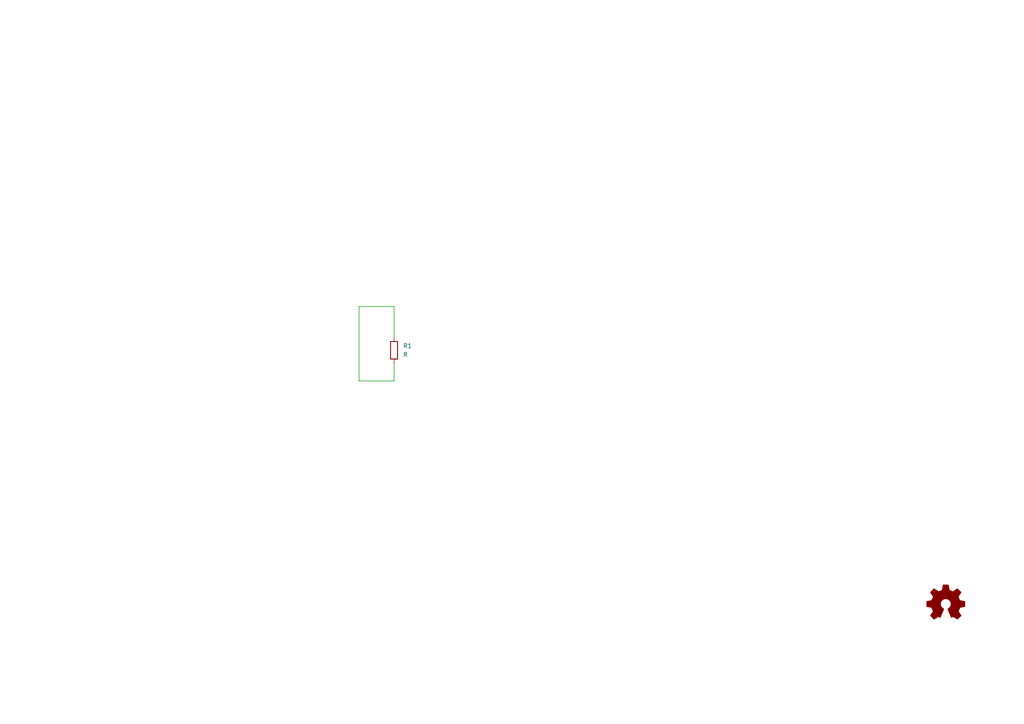
<source format=kicad_sch>
(kicad_sch (version 20211123) (generator eeschema)
  (paper "A4")
  (title_block (title "KiBot-CICD-Template") (date "@date@") (rev "@version@") (company "nerdyscout") (comment 4 "CERN Open Hardware Licence v2.0"))
  (lib_symbols
    (symbol "Device:R" (pin_numbers hide) (pin_names (offset 0))
      (property "Reference" "R" (at 2.032 0 90))
      (property "Value" "R" (at 0 0 90))
      (symbol "R_0_1"
        (rectangle (start -1.016 -2.54) (end 1.016 2.54) (stroke (width 0.254)))
      )
      (symbol "R_1_1"
        (pin passive line (at 0 3.81 270) (length 1.27) (name "~") (number "1"))
        (pin passive line (at 0 -3.81 90) (length 1.27) (name "~") (number "2"))
      )
    )
    (symbol "Graphic:Logo_Open_Hardware_Small" (pin_names (offset 1.016))
      (symbol "Logo_Open_Hardware_Small_0_1"
        (polyline (pts (xy 3.3528 -4.3434) (xy 3.302 -4.318) (xy 3.175 -4.2418) (xy 2.9972 -4.1148) (xy 2.7686 -3.9624) (xy 2.54 -3.81) (xy 2.3622 -3.7084) (xy 2.2352 -3.6068) (xy 2.1844 -3.5814) (xy 2.159 -3.6068) (xy 2.0574 -3.6576) (xy 1.905 -3.7338) (xy 1.8034 -3.7846) (xy 1.6764 -3.8354) (xy 1.6002 -3.8354) (xy 1.6002 -3.8354) (xy 1.5494 -3.7338) (xy 1.4732 -3.5306) (xy 1.3462 -3.302) (xy 1.2446 -3.0226) (xy 1.1176 -2.7178) (xy 0.9652 -2.413) (xy 0.8636 -2.1082) (xy 0.7366 -1.8288) (xy 0.6604 -1.6256) (xy 0.6096 -1.4732) (xy 0.5842 -1.397) (xy 0.5842 -1.397) (xy 0.6604 -1.3208) (xy 0.7874 -1.2446) (xy 1.0414 -1.016) (xy 1.2954 -0.6858) (xy 1.4478 -0.3302) (xy 1.524 0.0762) (xy 1.4732 0.4572) (xy 1.3208 0.8128) (xy 1.0668 1.143) (xy 0.762 1.3716) (xy 0.4064 1.524) (xy 0 1.5748) (xy -0.381 1.5494) (xy -0.7366 1.397) (xy -1.0668 1.143) (xy -1.2192 0.9906) (xy -1.397 0.6604) (xy -1.524 0.3048) (xy -1.524 0.2286) (xy -1.4986 -0.1778) (xy -1.397 -0.5334) (xy -1.1938 -0.8636) (xy -0.9144 -1.143) (xy -0.8636 -1.1684) (xy -0.7366 -1.27) (xy -0.635 -1.3462) (xy -0.5842 -1.397) (xy -1.0668 -2.5908) (xy -1.143 -2.794) (xy -1.2954 -3.1242) (xy -1.397 -3.4036) (xy -1.4986 -3.6322) (xy -1.5748 -3.7846) (xy -1.6002 -3.8354) (xy -1.6002 -3.8354) (xy -1.651 -3.8354) (xy -1.7272 -3.81) (xy -1.905 -3.7338) (xy -2.0066 -3.683) (xy -2.1336 -3.6068) (xy -2.2098 -3.5814) (xy -2.2606 -3.6068) (xy -2.3622 -3.683) (xy -2.54 -3.81) (xy -2.7686 -3.9624) (xy -2.9718 -4.0894) (xy -3.1496 -4.2164) (xy -3.302 -4.318) (xy -3.3528 -4.3434) (xy -3.3782 -4.3434) (xy -3.429 -4.318) (xy -3.5306 -4.2164) (xy -3.7084 -4.064) (xy -3.937 -3.8354) (xy -3.9624 -3.81) (xy -4.1656 -3.6068) (xy -4.318 -3.4544) (xy -4.4196 -3.3274) (xy -4.445 -3.2766) (xy -4.445 -3.2766) (xy -4.4196 -3.2258) (xy -4.318 -3.0734) (xy -4.2164 -2.8956) (xy -4.064 -2.667) (xy -3.6576 -2.0828) (xy -3.8862 -1.5494) (xy -3.937 -1.3716) (xy -4.0386 -1.1684) (xy -4.0894 -1.0414) (xy -4.1148 -0.9652) (xy -4.191 -0.9398) (xy -4.318 -0.9144) (xy -4.5466 -0.8636) (xy -4.8006 -0.8128) (xy -5.0546 -0.7874) (xy -5.2578 -0.7366) (xy -5.4356 -0.7112) (xy -5.5118 -0.6858) (xy -5.5118 -0.6858) (xy -5.5372 -0.635) (xy -5.5372 -0.5588) (xy -5.5372 -0.4318) (xy -5.5626 -0.2286) (xy -5.5626 0.0762) (xy -5.5626 0.127) (xy -5.5372 0.4064) (xy -5.5372 0.635) (xy -5.5372 0.762) (xy -5.5372 0.8382) (xy -5.5372 0.8382) (xy -5.461 0.8382) (xy -5.3086 0.889) (xy -5.08 0.9144) (xy -4.826 0.9652) (xy -4.8006 0.9906) (xy -4.5466 1.0414) (xy -4.318 1.0668) (xy -4.1656 1.1176) (xy -4.0894 1.143) (xy -4.0894 1.143) (xy -4.0386 1.2446) (xy -3.9624 1.4224) (xy -3.8608 1.6256) (xy -3.7846 1.8288) (xy -3.7084 2.0066) (xy -3.6576 2.159) (xy -3.6322 2.2098) (xy -3.6322 2.2098) (xy -3.683 2.286) (xy -3.7592 2.413) (xy -3.8862 2.5908) (xy -4.064 2.8194) (xy -4.064 2.8448) (xy -4.2164 3.0734) (xy -4.3434 3.2512) (xy -4.4196 3.3782) (xy -4.445 3.4544) (xy -4.445 3.4544) (xy -4.3942 3.5052) (xy -4.2926 3.6322) (xy -4.1148 3.81) (xy -3.937 4.0132) (xy -3.8608 4.064) (xy -3.6576 4.2926) (xy -3.5052 4.4196) (xy -3.4036 4.4958) (xy -3.3528 4.5212) (xy -3.3528 4.5212) (xy -3.302 4.4704) (xy -3.1496 4.3688) (xy -2.9718 4.2418) (xy -2.7432 4.0894) (xy -2.7178 4.0894) (xy -2.4892 3.937) (xy -2.3114 3.81) (xy -2.1844 3.7084) (xy -2.1336 3.683) (xy -2.1082 3.683) (xy -2.032 3.7084) (xy -1.8542 3.7592) (xy -1.6764 3.8354) (xy -1.4732 3.937) (xy -1.27 4.0132) (xy -1.143 4.064) (xy -1.0668 4.1148) (xy -1.0668 4.1148) (xy -1.0414 4.191) (xy -1.016 4.3434) (xy -0.9652 4.572) (xy -0.9144 4.8514) (xy -0.889 4.9022) (xy -0.8382 5.1562) (xy -0.8128 5.3848) (xy -0.7874 5.5372) (xy -0.762 5.588) (xy -0.7112 5.6134) (xy -0.5842 5.6134) (xy -0.4064 5.6134) (xy -0.1524 5.6134) (xy 0.0762 5.6134) (xy 0.3302 5.6134) (xy 0.5334 5.6134) (xy 0.6858 5.588) (xy 0.7366 5.588) (xy 0.7366 5.588) (xy 0.762 5.5118) (xy 0.8128 5.334) (xy 0.8382 5.1054) (xy 0.9144 4.826) (xy 0.9144 4.7752) (xy 0.9652 4.5212) (xy 1.016 4.2926) (xy 1.0414 4.1402) (xy 1.0668 4.0894) (xy 1.0668 4.0894) (xy 1.1938 4.0386) (xy 1.3716 3.9624) (xy 1.5748 3.8608) (xy 2.0828 3.6576) (xy 2.7178 4.0894) (xy 2.7686 4.1402) (xy 2.9972 4.2926) (xy 3.175 4.4196) (xy 3.302 4.4958) (xy 3.3782 4.5212) (xy 3.3782 4.5212) (xy 3.429 4.4704) (xy 3.556 4.3434) (xy 3.7338 4.191) (xy 3.9116 3.9878) (xy 4.064 3.8354) (xy 4.2418 3.6576) (xy 4.3434 3.556) (xy 4.4196 3.4798) (xy 4.4196 3.429) (xy 4.4196 3.4036) (xy 4.3942 3.3274) (xy 4.2926 3.2004) (xy 4.1656 2.9972) (xy 4.0132 2.794) (xy 3.8862 2.5908) (xy 3.7592 2.3876) (xy 3.6576 2.2352) (xy 3.6322 2.159) (xy 3.6322 2.1336) (xy 3.683 2.0066) (xy 3.7592 1.8288) (xy 3.8608 1.6002) (xy 4.064 1.1176) (xy 4.3942 1.0414) (xy 4.5974 1.016) (xy 4.8768 0.9652) (xy 5.1308 0.9144) (xy 5.5372 0.8382) (xy 5.5626 -0.6604) (xy 5.4864 -0.6858) (xy 5.4356 -0.6858) (xy 5.2832 -0.7366) (xy 5.0546 -0.762) (xy 4.8006 -0.8128) (xy 4.5974 -0.8636) (xy 4.3688 -0.9144) (xy 4.2164 -0.9398) (xy 4.1402 -0.9398) (xy 4.1148 -0.9652) (xy 4.064 -1.0668) (xy 3.9878 -1.2446) (xy 3.9116 -1.4478) (xy 3.81 -1.651) (xy 3.7338 -1.8542) (xy 3.683 -2.0066) (xy 3.6576 -2.0828) (xy 3.683 -2.1336) (xy 3.7846 -2.2606) (xy 3.8862 -2.4638) (xy 4.0386 -2.667) (xy 4.191 -2.8956) (xy 4.318 -3.0734) (xy 4.3942 -3.2004) (xy 4.445 -3.2766) (xy 4.4196 -3.3274) (xy 4.3434 -3.429) (xy 4.1656 -3.5814) (xy 3.937 -3.8354) (xy 3.8862 -3.8608) (xy 3.683 -4.064) (xy 3.5306 -4.2164) (xy 3.4036 -4.318) (xy 3.3528 -4.3434)) (fill (type outline)))
      )
    )
  )
  (wire (pts (xy 104.14 88.9) (xy 104.14 110.49)))
  (wire (pts (xy 104.14 110.49) (xy 114.3 110.49)))
  (wire (pts (xy 114.3 97.79) (xy 114.3 88.9)))
  (wire (pts (xy 114.3 88.9) (xy 104.14 88.9)))
  (wire (pts (xy 114.3 110.49) (xy 114.3 105.41)))
  (symbol (lib_id "Graphic:Logo_Open_Hardware_Small") (at 274.32 175.26 0) (unit 1)
    (property "Reference" "#LOGO1" (effects hide))
    (property "Value" "Logo_Open_Hardware_Small" (effects hide))
    (property "Footprint" "Symbol:OSHW-Symbol_6.7x6mm_SilkScreen" (effects hide))
  )
  (symbol (lib_id "Device:R") (at 114.3 101.6 0) (unit 1)
    (property "Reference" "R1" (at 116.84 100.3299 0) (effects (justify left)))
    (property "Value" "R" (at 116.84 102.8699 0) (effects (justify left)))
    (property "Footprint" "Resistor_SMD:R_0603_1608Metric" (effects hide))
    (property "Variant" "DNP" (effects hide))
  )
)
</source>
